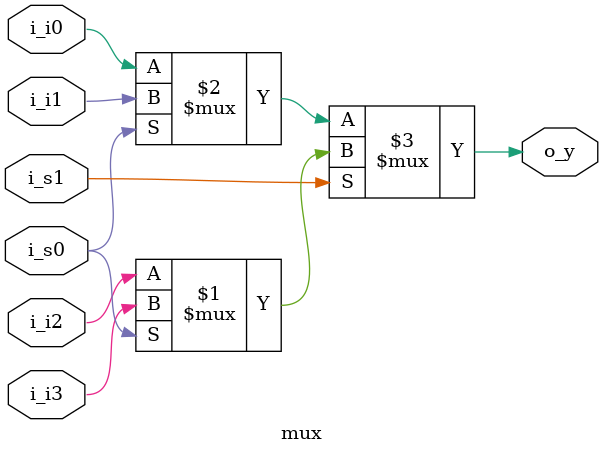
<source format=v>
module mux( 	o_y,
				i_i0,
				i_i1,
				i_i2,
				i_i3,
				i_s0,
				i_s1);
				
	output  	o_y;
	
	input		i_i0;
	input		i_i1;
	input		i_i2;
	input		i_i3;
	input		i_s0;
	input		i_s1;
	
	assign o_y = i_s1 ? (i_s0 ? i_i3 : i_i2) : (i_s0 ? i_i1 : i_i0);
	
endmodule

</source>
